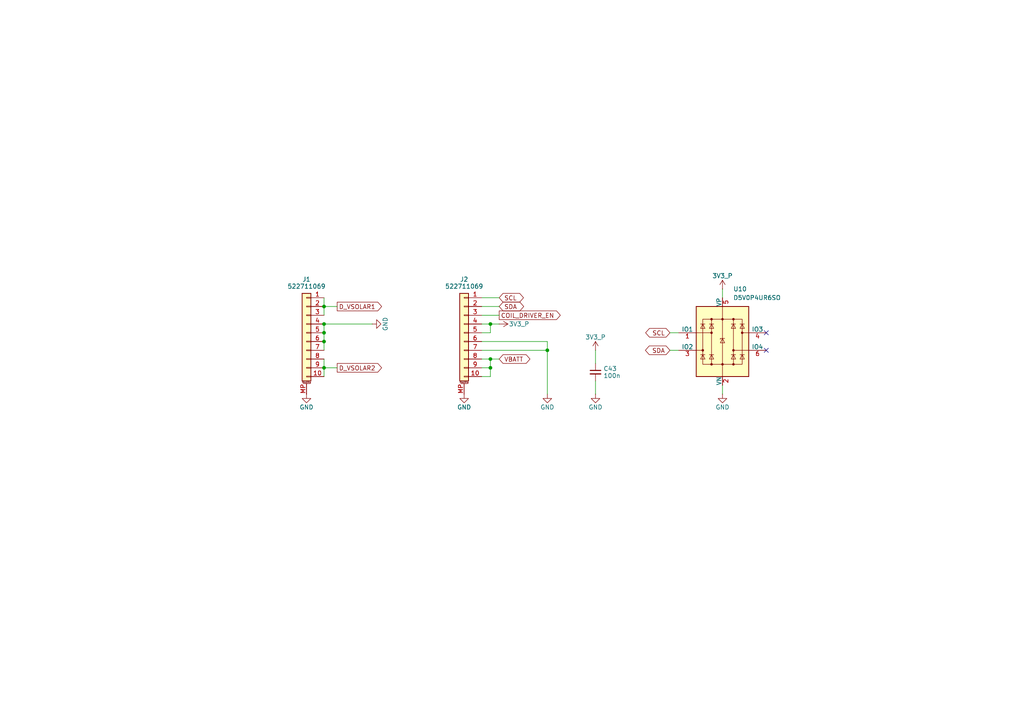
<source format=kicad_sch>
(kicad_sch (version 20250114) (generator "eeschema") (generator_version "9.0")
  (paper "A4")
  (title_block (title "Argus XY Solar Panel") (date "2025-04-20") (rev "v3.1") (company "Carnegie Mellon University") (comment 1 "N. Khera") (comment 2 "V. Rajesh"))
  (lib_symbols
    (symbol "Connector_Generic_MountingPin:Conn_01x10_MountingPin" (pin_names (offset 1.016) (hide yes))
      (property "Reference" "J" (at 0 12.7 0))
      (property "Value" "Conn_01x10_MountingPin" (at 1.27 -15.24 0))
      (symbol "Conn_01x10_MountingPin_1_1"
        (rectangle (start -1.27 11.43) (end 1.27 -13.97) (stroke (width 0.254)) (fill (type background)))
        (rectangle (start -1.27 10.287) (end 0 10.033) (stroke (width 0.1524)))
        (rectangle (start -1.27 7.747) (end 0 7.493) (stroke (width 0.1524)))
        (rectangle (start -1.27 5.207) (end 0 4.953) (stroke (width 0.1524)))
        (rectangle (start -1.27 2.667) (end 0 2.413) (stroke (width 0.1524)))
        (rectangle (start -1.27 0.127) (end 0 -0.127) (stroke (width 0.1524)))
        (rectangle (start -1.27 -2.413) (end 0 -2.667) (stroke (width 0.1524)))
        (rectangle (start -1.27 -4.953) (end 0 -5.207) (stroke (width 0.1524)))
        (rectangle (start -1.27 -7.493) (end 0 -7.747) (stroke (width 0.1524)))
        (rectangle (start -1.27 -10.033) (end 0 -10.287) (stroke (width 0.1524)))
        (rectangle (start -1.27 -12.573) (end 0 -12.827) (stroke (width 0.1524)))
        (polyline (pts (xy -1.016 -14.732) (xy 1.016 -14.732)) (stroke (width 0.1524)))
        (text "Mounting" (at 0 -14.351 0) (effects (font (size 0.381 0.381))))
        (pin passive line (at -5.08 10.16 0) (length 3.81) (name "Pin_1") (number "1"))
        (pin passive line (at -5.08 7.62 0) (length 3.81) (name "Pin_2") (number "2"))
        (pin passive line (at -5.08 5.08 0) (length 3.81) (name "Pin_3") (number "3"))
        (pin passive line (at -5.08 2.54 0) (length 3.81) (name "Pin_4") (number "4"))
        (pin passive line (at -5.08 0 0) (length 3.81) (name "Pin_5") (number "5"))
        (pin passive line (at -5.08 -2.54 0) (length 3.81) (name "Pin_6") (number "6"))
        (pin passive line (at -5.08 -5.08 0) (length 3.81) (name "Pin_7") (number "7"))
        (pin passive line (at -5.08 -7.62 0) (length 3.81) (name "Pin_8") (number "8"))
        (pin passive line (at -5.08 -10.16 0) (length 3.81) (name "Pin_9") (number "9"))
        (pin passive line (at -5.08 -12.7 0) (length 3.81) (name "Pin_10") (number "10"))
        (pin passive line (at 0 -17.78 90) (length 3.048) (name "MountPin") (number "MP"))
      )
    )
    (symbol "Device:C_Small" (pin_numbers (hide yes)) (pin_names (offset 0.254) (hide yes))
      (property "Reference" "C" (at 0.254 1.778 0))
      (property "Value" "C_Small" (at 0.254 -2.032 0))
      (symbol "C_Small_0_1"
        (polyline (pts (xy -1.524 0.508) (xy 1.524 0.508)) (stroke (width 0.3048)))
        (polyline (pts (xy -1.524 -0.508) (xy 1.524 -0.508)) (stroke (width 0.3302)))
      )
      (symbol "C_Small_1_1"
        (pin passive line (at 0 2.54 270) (length 2.032) (name "~") (number "1"))
        (pin passive line (at 0 -2.54 90) (length 2.032) (name "~") (number "2"))
      )
    )
    (symbol "Power_Protection:SRV05-4" (pin_names (offset 0))
      (property "Reference" "U" (at -5.08 11.43 0))
      (property "Value" "SRV05-4" (at 2.54 11.43 0))
      (symbol "SRV05-4_0_0"
        (rectangle (start -5.715 6.477) (end 5.715 -6.604))
        (polyline (pts (xy -3.175 -6.604) (xy -3.175 6.477)))
        (polyline (pts (xy 3.175 6.477) (xy 3.175 -6.604)))
      )
      (symbol "SRV05-4_0_1"
        (polyline (pts (xy -7.747 2.54) (xy -3.175 2.54)))
        (rectangle (start -7.62 10.16) (end 7.62 -10.16) (stroke (width 0.254)) (fill (type background)))
        (polyline (pts (xy -7.62 -2.54) (xy -5.715 -2.54)))
        (circle (center -5.715 -2.54) (radius 0.2794) (fill (type outline)))
        (polyline (pts (xy -5.08 5.08) (xy -6.35 5.08)))
        (polyline (pts (xy -5.08 3.81) (xy -6.35 3.81) (xy -5.715 5.08) (xy -5.08 3.81)))
        (polyline (pts (xy -5.08 -3.81) (xy -6.35 -3.81)))
        (polyline (pts (xy -5.08 -5.08) (xy -6.35 -5.08) (xy -5.715 -3.81) (xy -5.08 -5.08)))
        (circle (center -3.175 6.477) (radius 0.2794) (fill (type outline)))
        (circle (center -3.175 2.54) (radius 0.2794) (fill (type outline)))
        (circle (center -3.175 -6.604) (radius 0.2794) (fill (type outline)))
        (polyline (pts (xy -2.54 5.08) (xy -3.81 5.08)))
        (polyline (pts (xy -2.54 3.81) (xy -3.81 3.81) (xy -3.175 5.08) (xy -2.54 3.81)))
        (polyline (pts (xy -2.54 -3.81) (xy -3.81 -3.81)))
        (polyline (pts (xy -2.54 -5.08) (xy -3.81 -5.08) (xy -3.175 -3.81) (xy -2.54 -5.08)))
        (polyline (pts (xy 0 10.16) (xy 0 -10.16)))
        (circle (center 0 6.477) (radius 0.2794) (fill (type outline)))
        (circle (center 0 -6.604) (radius 0.2794) (fill (type outline)))
        (polyline (pts (xy 0.635 0.889) (xy -0.635 0.889) (xy -0.635 0.635)))
        (polyline (pts (xy 0.635 -0.381) (xy -0.635 -0.381) (xy 0 0.889) (xy 0.635 -0.381)))
        (circle (center 3.175 6.477) (radius 0.2794) (fill (type outline)))
        (circle (center 3.175 -2.54) (radius 0.2794) (fill (type outline)))
        (circle (center 3.175 -6.604) (radius 0.2794) (fill (type outline)))
        (polyline (pts (xy 3.81 5.08) (xy 2.54 5.08)))
        (polyline (pts (xy 3.81 3.81) (xy 2.54 3.81) (xy 3.175 5.08) (xy 3.81 3.81)))
        (polyline (pts (xy 3.81 -3.81) (xy 2.54 -3.81)))
        (polyline (pts (xy 3.81 -5.08) (xy 2.54 -5.08) (xy 3.175 -3.81) (xy 3.81 -5.08)))
        (circle (center 5.715 2.54) (radius 0.2794) (fill (type outline)))
        (polyline (pts (xy 6.35 5.08) (xy 5.08 5.08)))
        (polyline (pts (xy 6.35 3.81) (xy 5.08 3.81) (xy 5.715 5.08) (xy 6.35 3.81)))
        (polyline (pts (xy 6.35 -3.81) (xy 5.08 -3.81)))
        (polyline (pts (xy 6.35 -5.08) (xy 5.08 -5.08) (xy 5.715 -3.81) (xy 6.35 -5.08)))
        (polyline (pts (xy 7.62 2.54) (xy 5.715 2.54)))
        (polyline (pts (xy 7.62 -2.54) (xy 3.175 -2.54)))
      )
      (symbol "SRV05-4_1_1"
        (pin passive line (at -12.7 2.54 0) (length 5.08) (name "IO1") (number "1"))
        (pin passive line (at -12.7 -2.54 0) (length 5.08) (name "IO2") (number "3"))
        (pin passive line (at 0 12.7 270) (length 2.54) (name "VP") (number "5"))
        (pin passive line (at 0 -12.7 90) (length 2.54) (name "VN") (number "2"))
        (pin passive line (at 12.7 2.54 180) (length 5.08) (name "IO3") (number "4"))
        (pin passive line (at 12.7 -2.54 180) (length 5.08) (name "IO4") (number "6"))
      )
    )
    (symbol "power:+3.3V" (power) (pin_numbers (hide yes)) (pin_names (offset 0) (hide yes))
      (property "Value" "+3.3V" (at 0 3.556 0))
      (symbol "+3.3V_0_1"
        (polyline (pts (xy -0.762 1.27) (xy 0 2.54)))
        (polyline (pts (xy 0 2.54) (xy 0.762 1.27)))
        (polyline (pts (xy 0 0) (xy 0 2.54)))
      )
      (symbol "+3.3V_1_1"
        (pin power_in line (at 0 0 90) (length 0) (name "~") (number "1"))
      )
    )
    (symbol "power:GND" (power) (pin_numbers (hide yes)) (pin_names (offset 0) (hide yes))
      (property "Value" "GND" (at 0 -3.81 0))
      (symbol "GND_0_1"
        (polyline (pts (xy 0 0) (xy 0 -1.27) (xy 1.27 -1.27) (xy 0 -2.54) (xy -1.27 -1.27) (xy 0 -1.27)))
      )
      (symbol "GND_1_1"
        (pin power_in line (at 0 0 270) (length 0) (name "~") (number "1"))
      )
    )
  )
  (junction (at 93.98 93.98))
  (junction (at 93.98 88.9))
  (junction (at 142.24 104.14))
  (junction (at 93.98 99.06))
  (junction (at 93.98 96.52))
  (junction (at 142.24 93.98))
  (junction (at 158.75 101.6))
  (junction (at 93.98 106.68))
  (junction (at 142.24 106.68))
  (no_connect (at 222.25 101.6))
  (no_connect (at 222.25 96.52))
  (wire (pts (xy 142.24 106.68) (xy 139.7 106.68)))
  (wire (pts (xy 142.24 96.52) (xy 142.24 93.98)))
  (wire (pts (xy 172.72 110.49) (xy 172.72 114.3)))
  (wire (pts (xy 93.98 106.68) (xy 97.79 106.68)))
  (wire (pts (xy 93.98 99.06) (xy 93.98 101.6)))
  (wire (pts (xy 142.24 106.68) (xy 142.24 109.22)))
  (wire (pts (xy 158.75 99.06) (xy 158.75 101.6)))
  (wire (pts (xy 209.55 111.76) (xy 209.55 114.3)))
  (wire (pts (xy 139.7 99.06) (xy 158.75 99.06)))
  (wire (pts (xy 142.24 109.22) (xy 139.7 109.22)))
  (wire (pts (xy 144.78 93.98) (xy 142.24 93.98)))
  (wire (pts (xy 142.24 104.14) (xy 144.78 104.14)))
  (wire (pts (xy 139.7 86.36) (xy 144.78 86.36)))
  (wire (pts (xy 93.98 106.68) (xy 93.98 104.14)))
  (wire (pts (xy 139.7 101.6) (xy 158.75 101.6)))
  (wire (pts (xy 139.7 91.44) (xy 144.78 91.44)))
  (wire (pts (xy 142.24 93.98) (xy 139.7 93.98)))
  (wire (pts (xy 209.55 83.82) (xy 209.55 86.36)))
  (wire (pts (xy 158.75 101.6) (xy 158.75 114.3)))
  (wire (pts (xy 142.24 104.14) (xy 142.24 106.68)))
  (wire (pts (xy 139.7 104.14) (xy 142.24 104.14)))
  (wire (pts (xy 139.7 96.52) (xy 142.24 96.52)))
  (wire (pts (xy 93.98 93.98) (xy 93.98 96.52)))
  (wire (pts (xy 93.98 93.98) (xy 107.95 93.98)))
  (wire (pts (xy 93.98 88.9) (xy 93.98 86.36)))
  (wire (pts (xy 93.98 88.9) (xy 97.79 88.9)))
  (wire (pts (xy 139.7 88.9) (xy 144.78 88.9)))
  (wire (pts (xy 93.98 96.52) (xy 93.98 99.06)))
  (wire (pts (xy 194.31 101.6) (xy 196.85 101.6)))
  (wire (pts (xy 172.72 101.6) (xy 172.72 105.41)))
  (wire (pts (xy 93.98 106.68) (xy 93.98 109.22)))
  (wire (pts (xy 194.31 96.52) (xy 196.85 96.52)))
  (wire (pts (xy 93.98 88.9) (xy 93.98 91.44)))
  (global_label "SCL" (shape bidirectional) (at 194.31 96.52 180) (property "Intersheetrefs" "${INTERSHEET_REFS}" (effects (hide yes))))
  (global_label "D_VSOLAR2" (shape output) (at 97.79 106.68 0) (property "Intersheetrefs" "${INTERSHEET_REFS}" (effects (hide yes))))
  (global_label "SDA" (shape bidirectional) (at 144.78 88.9 0) (property "Intersheetrefs" "${INTERSHEET_REFS}" (effects (hide yes))))
  (global_label "COIL_DRIVER_EN" (shape output) (at 144.78 91.44 0) (property "Intersheetrefs" "${INTERSHEET_REFS}" (effects (hide yes))))
  (global_label "VBATT" (shape bidirectional) (at 144.78 104.14 0) (property "Intersheetrefs" "${INTERSHEET_REFS}" (effects (hide yes))))
  (global_label "D_VSOLAR1" (shape output) (at 97.79 88.9 0) (property "Intersheetrefs" "${INTERSHEET_REFS}" (effects (hide yes))))
  (global_label "SCL" (shape bidirectional) (at 144.78 86.36 0) (property "Intersheetrefs" "${INTERSHEET_REFS}" (effects (hide yes))))
  (global_label "SDA" (shape bidirectional) (at 194.31 101.6 180) (property "Intersheetrefs" "${INTERSHEET_REFS}" (effects (hide yes))))
  (symbol (lib_id "power:+3.3V") (at 144.78 93.98 270) (mirror x) (unit 1)
    (property "Reference" "#SUPPLY01" (effects (hide yes)))
    (property "Value" "3V3_P" (at 147.574 93.98 90) (effects (justify left)))
    (property "Description" "Power symbol creates a global label with name \"+3.3V\"" (effects (hide yes)))
  )
  (symbol (lib_id "power:GND") (at 88.9 114.3 0) (unit 1)
    (property "Reference" "#PWR05" (effects (hide yes)))
    (property "Value" "GND" (at 88.9 118.11 0))
    (property "Description" "Power symbol creates a global label with name \"GND\" , ground" (effects (hide yes)))
  )
  (symbol (lib_id "power:GND") (at 134.62 114.3 0) (unit 1)
    (property "Reference" "#PWR011" (effects (hide yes)))
    (property "Value" "GND" (at 134.62 118.11 0))
    (property "Description" "Power symbol creates a global label with name \"GND\" , ground" (effects (hide yes)))
  )
  (symbol (lib_id "Connector_Generic_MountingPin:Conn_01x10_MountingPin") (at 134.62 96.52 0) (mirror y) (unit 1)
    (property "Reference" "J2" (at 134.62 81.026 0))
    (property "Value" "522711069" (at 134.62 83.058 0))
    (property "Footprint" "Argus-Connectors:CON_522711069_MOL" (effects (hide yes)))
    (property "Description" "Generic connectable mounting pin connector, single row, 01x10, script generated (kicad-library-utils/schlib/autogen/connector/)" (effects (hide yes)))
    (property "MPN" "C588180" (effects (hide yes)))
  )
  (symbol (lib_id "power:+3.3V") (at 172.72 101.6 0) (mirror y) (unit 1)
    (property "Reference" "#SUPPLY04" (effects (hide yes)))
    (property "Value" "3V3_P" (at 172.72 97.79 0))
    (property "Description" "Power symbol creates a global label with name \"+3.3V\"" (effects (hide yes)))
  )
  (symbol (lib_id "power:+3.3V") (at 209.55 83.82 0) (mirror y) (unit 1)
    (property "Reference" "#SUPPLY05" (effects (hide yes)))
    (property "Value" "3V3_P" (at 209.55 80.01 0))
    (property "Description" "Power symbol creates a global label with name \"+3.3V\"" (effects (hide yes)))
  )
  (symbol (lib_id "Device:C_Small") (at 172.72 107.95 0) (unit 1)
    (property "Reference" "C43" (at 175.006 106.934 0) (effects (justify left)))
    (property "Value" "100n" (at 175.006 108.966 0) (effects (justify left)))
    (property "Footprint" "Capacitor_SMD:C_0603_1608Metric" (effects (hide yes)))
    (property "Description" "Unpolarized capacitor, small symbol" (effects (hide yes)))
    (property "MPN" "C307348" (effects (hide yes)))
  )
  (symbol (lib_id "Power_Protection:SRV05-4") (at 209.55 99.06 0) (unit 1)
    (property "Reference" "U10" (at 212.6681 83.82 0) (effects (justify left)))
    (property "Value" "D5V0P4UR6SO" (at 212.6681 86.36 0) (effects (justify left)))
    (property "Footprint" "Package_TO_SOT_SMD:SOT-23-6" (effects (hide yes)))
    (property "Datasheet" "http://www.onsemi.com/pub/Collateral/SRV05-4-D.PDF" (effects (hide yes)))
    (property "Description" "ESD Protection Diodes with Low Clamping Voltage, SOT-23-6" (effects (hide yes)))
    (property "MPN" "C531179" (effects (hide yes)))
  )
  (symbol (lib_id "power:GND") (at 209.55 114.3 0) (mirror y) (unit 1)
    (property "Reference" "#PWR019" (effects (hide yes)))
    (property "Value" "GND" (at 209.55 118.11 0))
    (property "Description" "Power symbol creates a global label with name \"GND\" , ground" (effects (hide yes)))
  )
  (symbol (lib_id "power:GND") (at 172.72 114.3 0) (mirror y) (unit 1)
    (property "Reference" "#PWR023" (effects (hide yes)))
    (property "Value" "GND" (at 172.72 118.11 0))
    (property "Description" "Power symbol creates a global label with name \"GND\" , ground" (effects (hide yes)))
  )
  (symbol (lib_id "Connector_Generic_MountingPin:Conn_01x10_MountingPin") (at 88.9 96.52 0) (mirror y) (unit 1)
    (property "Reference" "J1" (at 88.9 81.026 0))
    (property "Value" "522711069" (at 88.9 83.058 0))
    (property "Footprint" "Argus-Connectors:CON_522711069_MOL" (effects (hide yes)))
    (property "Description" "Generic connectable mounting pin connector, single row, 01x10, script generated (kicad-library-utils/schlib/autogen/connector/)" (effects (hide yes)))
    (property "MPN" "C588180" (effects (hide yes)))
  )
  (symbol (lib_id "power:GND") (at 158.75 114.3 0) (mirror y) (unit 1)
    (property "Reference" "#PWR012" (effects (hide yes)))
    (property "Value" "GND" (at 158.75 118.11 0))
    (property "Description" "Power symbol creates a global label with name \"GND\" , ground" (effects (hide yes)))
  )
  (symbol (lib_id "power:GND") (at 107.95 93.98 90) (unit 1)
    (property "Reference" "#PWR010" (effects (hide yes)))
    (property "Value" "GND" (at 111.76 93.98 0))
    (property "Description" "Power symbol creates a global label with name \"GND\" , ground" (effects (hide yes)))
  )
)
</source>
